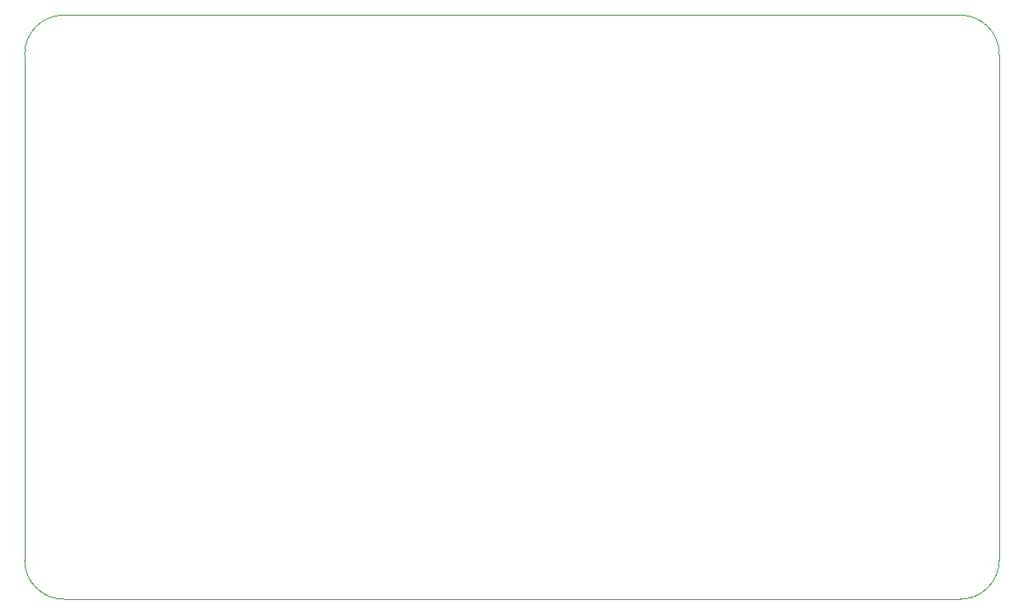
<source format=gbr>
%TF.GenerationSoftware,KiCad,Pcbnew,5.1.10*%
%TF.CreationDate,2021-08-06T14:58:04+02:00*%
%TF.ProjectId,EEPROM-Programmer,45455052-4f4d-42d5-9072-6f6772616d6d,rev?*%
%TF.SameCoordinates,Original*%
%TF.FileFunction,Profile,NP*%
%FSLAX46Y46*%
G04 Gerber Fmt 4.6, Leading zero omitted, Abs format (unit mm)*
G04 Created by KiCad (PCBNEW 5.1.10) date 2021-08-06 14:58:04*
%MOMM*%
%LPD*%
G01*
G04 APERTURE LIST*
%TA.AperFunction,Profile*%
%ADD10C,0.050000*%
%TD*%
G04 APERTURE END LIST*
D10*
X100485000Y-125920000D02*
G75*
G02*
X96485000Y-121920000I0J4000000D01*
G01*
X192485000Y-65920000D02*
G75*
G02*
X196485000Y-69920000I0J-4000000D01*
G01*
X96485000Y-121920000D02*
X96485000Y-69920000D01*
X192485000Y-65920000D02*
X100485000Y-65920000D01*
X100485000Y-125920000D02*
X192485000Y-125920000D01*
X96485000Y-69920000D02*
G75*
G02*
X100485000Y-65920000I4000000J0D01*
G01*
X196485000Y-121920000D02*
G75*
G02*
X192485000Y-125920000I-4000000J0D01*
G01*
X196485000Y-69920000D02*
X196485000Y-121920000D01*
M02*

</source>
